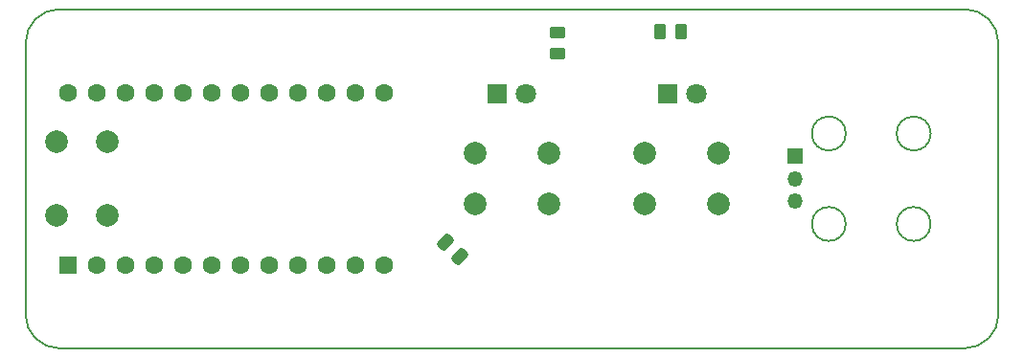
<source format=gbr>
%TF.GenerationSoftware,KiCad,Pcbnew,(6.0.7)*%
%TF.CreationDate,2023-03-06T12:08:33-08:00*%
%TF.ProjectId,Foot Pedal PCB,466f6f74-2050-4656-9461-6c205043422e,A1*%
%TF.SameCoordinates,PX8917370PY68e7780*%
%TF.FileFunction,Soldermask,Bot*%
%TF.FilePolarity,Negative*%
%FSLAX46Y46*%
G04 Gerber Fmt 4.6, Leading zero omitted, Abs format (unit mm)*
G04 Created by KiCad (PCBNEW (6.0.7)) date 2023-03-06 12:08:33*
%MOMM*%
%LPD*%
G01*
G04 APERTURE LIST*
G04 Aperture macros list*
%AMRoundRect*
0 Rectangle with rounded corners*
0 $1 Rounding radius*
0 $2 $3 $4 $5 $6 $7 $8 $9 X,Y pos of 4 corners*
0 Add a 4 corners polygon primitive as box body*
4,1,4,$2,$3,$4,$5,$6,$7,$8,$9,$2,$3,0*
0 Add four circle primitives for the rounded corners*
1,1,$1+$1,$2,$3*
1,1,$1+$1,$4,$5*
1,1,$1+$1,$6,$7*
1,1,$1+$1,$8,$9*
0 Add four rect primitives between the rounded corners*
20,1,$1+$1,$2,$3,$4,$5,0*
20,1,$1+$1,$4,$5,$6,$7,0*
20,1,$1+$1,$6,$7,$8,$9,0*
20,1,$1+$1,$8,$9,$2,$3,0*%
G04 Aperture macros list end*
%TA.AperFunction,Profile*%
%ADD10C,0.200000*%
%TD*%
%ADD11R,1.600000X1.600000*%
%ADD12C,1.600000*%
%ADD13R,1.350000X1.350000*%
%ADD14O,1.350000X1.350000*%
%ADD15R,1.800000X1.800000*%
%ADD16C,1.800000*%
%ADD17C,2.000000*%
%ADD18RoundRect,0.250000X-0.450000X0.262500X-0.450000X-0.262500X0.450000X-0.262500X0.450000X0.262500X0*%
%ADD19RoundRect,0.250000X-0.262500X-0.450000X0.262500X-0.450000X0.262500X0.450000X-0.262500X0.450000X0*%
%ADD20RoundRect,0.250000X0.512652X0.159099X0.159099X0.512652X-0.512652X-0.159099X-0.159099X-0.512652X0*%
G04 APERTURE END LIST*
D10*
X29500000Y-4000000D02*
G75*
G03*
X29500000Y-4000000I-1500000J0D01*
G01*
X-43000000Y12000000D02*
X-43000000Y9000000D01*
X43000000Y-9000000D02*
X43000000Y-12000000D01*
X40000000Y15000000D02*
X-40000000Y15000000D01*
X43000000Y12000000D02*
G75*
G03*
X40000000Y15000000I-3000000J0D01*
G01*
X-43000000Y-12000000D02*
G75*
G03*
X-40000000Y-15000000I3000000J0D01*
G01*
X43000000Y9000000D02*
X43000000Y-9000000D01*
X43000000Y9000000D02*
X43000000Y12000000D01*
X40000000Y-15000000D02*
X-40000000Y-15000000D01*
X29500000Y4000000D02*
G75*
G03*
X29500000Y4000000I-1500000J0D01*
G01*
X-43000000Y-12000000D02*
X-43000000Y-9000000D01*
X37000000Y4000000D02*
G75*
G03*
X37000000Y4000000I-1500000J0D01*
G01*
X-40000000Y15000000D02*
G75*
G03*
X-43000000Y12000000I0J-3000000D01*
G01*
X36999997Y-4000000D02*
G75*
G03*
X36999997Y-4000000I-1500000J0D01*
G01*
X-43000000Y-9000000D02*
X-43000000Y9000000D01*
X40000000Y-15000000D02*
G75*
G03*
X43000000Y-12000000I0J3000000D01*
G01*
D11*
%TO.C,U1*%
X-39270000Y-7620000D03*
D12*
X-36730000Y-7620000D03*
X-34190000Y-7620000D03*
X-31650000Y-7620000D03*
X-29110000Y-7620000D03*
X-26570000Y-7620000D03*
X-24030000Y-7620000D03*
X-21490000Y-7620000D03*
X-18950000Y-7620000D03*
X-16410000Y-7620000D03*
X-13870000Y-7620000D03*
X-11330000Y-7620000D03*
X-11330000Y7620000D03*
X-13870000Y7620000D03*
X-16410000Y7620000D03*
X-18950000Y7620000D03*
X-21490000Y7620000D03*
X-24030000Y7620000D03*
X-26570000Y7620000D03*
X-29110000Y7620000D03*
X-31650000Y7620000D03*
X-34190000Y7620000D03*
X-36730000Y7620000D03*
X-39270000Y7620000D03*
%TD*%
D13*
%TO.C,J1*%
X25000000Y2000000D03*
D14*
X25000000Y0D03*
X25000000Y-2000000D03*
%TD*%
D15*
%TO.C,D1*%
X-1275000Y7500000D03*
D16*
X1265000Y7500000D03*
%TD*%
D17*
%TO.C,SW1*%
X-35750000Y-3250000D03*
X-35750000Y3250000D03*
X-40250000Y3250000D03*
X-40250000Y-3250000D03*
%TD*%
D15*
%TO.C,D2*%
X13725000Y7500000D03*
D16*
X16265000Y7500000D03*
%TD*%
D17*
%TO.C,SW2*%
X-3250000Y2250000D03*
X3250000Y2250000D03*
X-3250000Y-2250000D03*
X3250000Y-2250000D03*
%TD*%
%TO.C,SW3*%
X11750000Y2250000D03*
X18250000Y2250000D03*
X18250000Y-2250000D03*
X11750000Y-2250000D03*
%TD*%
D18*
%TO.C,R1*%
X4000000Y12912500D03*
X4000000Y11087500D03*
%TD*%
D19*
%TO.C,R2*%
X13087500Y13000000D03*
X14912500Y13000000D03*
%TD*%
D20*
%TO.C,C1*%
X-4578249Y-6921751D03*
X-5921751Y-5578249D03*
%TD*%
M02*

</source>
